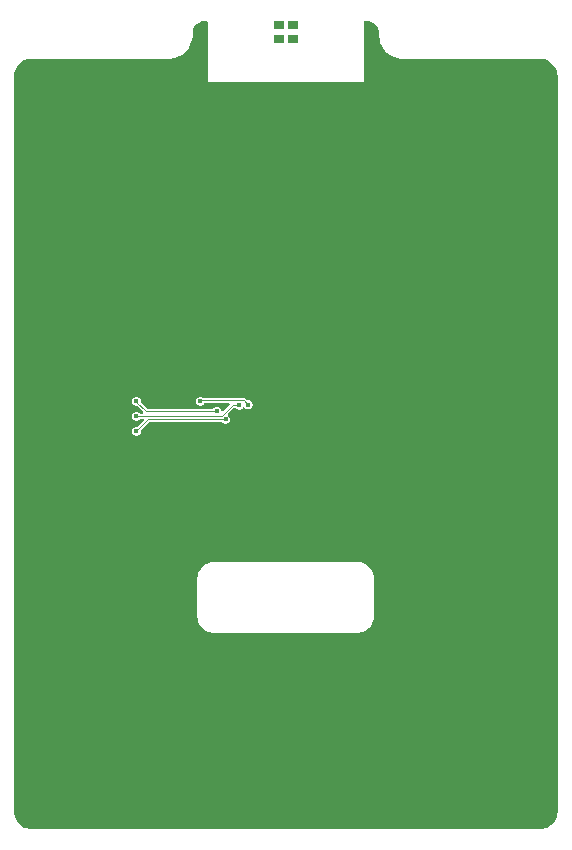
<source format=gbr>
%TF.GenerationSoftware,KiCad,Pcbnew,9.0.6*%
%TF.CreationDate,2026-01-17T11:58:26+01:00*%
%TF.ProjectId,peak,7065616b-2e6b-4696-9361-645f70636258,rev?*%
%TF.SameCoordinates,Original*%
%TF.FileFunction,Copper,L6,Bot*%
%TF.FilePolarity,Positive*%
%FSLAX46Y46*%
G04 Gerber Fmt 4.6, Leading zero omitted, Abs format (unit mm)*
G04 Created by KiCad (PCBNEW 9.0.6) date 2026-01-17 11:58:26*
%MOMM*%
%LPD*%
G01*
G04 APERTURE LIST*
%TA.AperFunction,SMDPad,CuDef*%
%ADD10R,0.812800X0.660400*%
%TD*%
%TA.AperFunction,ViaPad*%
%ADD11C,0.600000*%
%TD*%
%TA.AperFunction,ViaPad*%
%ADD12C,0.450000*%
%TD*%
%TA.AperFunction,Conductor*%
%ADD13C,0.100000*%
%TD*%
G04 APERTURE END LIST*
D10*
%TO.P,U604,4,SCL*%
%TO.N,/IO/SCL_MCU*%
X208209300Y-63250003D03*
%TO.P,U604,3,SDA*%
%TO.N,/IO/SDA_MCU*%
X208209300Y-64450001D03*
%TO.P,U604,2,GND*%
%TO.N,GND*%
X209403100Y-64450001D03*
%TO.P,U604,1,VDD*%
%TO.N,+3.3V*%
X209403100Y-63250003D03*
%TD*%
D11*
%TO.N,GND*%
X200053100Y-124700001D03*
X200053100Y-125450001D03*
X200053100Y-127000001D03*
X188653100Y-129200001D03*
X187703100Y-126950001D03*
X187728100Y-124600001D03*
X187728100Y-122300001D03*
D12*
X223003100Y-76475001D03*
X205433100Y-80270001D03*
D11*
X191503100Y-92200001D03*
X195028100Y-82925001D03*
X190303100Y-99200001D03*
X208803100Y-91200001D03*
X188003100Y-99200001D03*
X223733100Y-77150001D03*
D12*
X203253100Y-81390001D03*
X209023100Y-82270001D03*
D11*
X193028100Y-82925001D03*
X195303100Y-89850001D03*
D12*
X208153100Y-83060001D03*
X204123100Y-80620001D03*
D11*
X192603100Y-99200001D03*
X190553100Y-80800001D03*
D12*
X207373100Y-83480001D03*
D11*
X223753100Y-80290001D03*
X195303100Y-85900001D03*
X225753100Y-127300001D03*
D12*
X204533100Y-83210001D03*
D11*
X195303100Y-87890001D03*
D12*
%TO.N,+3.3V*%
X201553100Y-95090001D03*
X205613100Y-95370001D03*
%TO.N,/MCU/FLASH_CS*%
X202963100Y-95935001D03*
X196153100Y-95090001D03*
%TO.N,/MCU/FLASH_WP*%
X196153100Y-97630001D03*
X203713100Y-96623001D03*
%TO.N,/MCU/FLASH_Q*%
X204853100Y-95440001D03*
X196153100Y-96360001D03*
%TD*%
D13*
%TO.N,+3.3V*%
X205613100Y-95370001D02*
X205257100Y-95014001D01*
X205257100Y-95014001D02*
X201629100Y-95014001D01*
X201629100Y-95014001D02*
X201553100Y-95090001D01*
%TO.N,/MCU/FLASH_CS*%
X196958100Y-95935001D02*
X196153100Y-95130001D01*
X202963100Y-95935001D02*
X196958100Y-95935001D01*
X196153100Y-95130001D02*
X196153100Y-95090001D01*
%TO.N,/MCU/FLASH_WP*%
X197160100Y-96623001D02*
X196153100Y-97630001D01*
X203713100Y-96623001D02*
X197160100Y-96623001D01*
%TO.N,/MCU/FLASH_Q*%
X204293645Y-95440001D02*
X203373645Y-96360001D01*
X203373645Y-96360001D02*
X196153100Y-96360001D01*
X204853100Y-95440001D02*
X204293645Y-95440001D01*
%TD*%
%TA.AperFunction,Conductor*%
%TO.N,GND*%
G36*
X202146139Y-62920186D02*
G01*
X202191894Y-62972990D01*
X202203100Y-63024501D01*
X202203100Y-68100001D01*
X215403100Y-68100001D01*
X215403100Y-63024501D01*
X215405650Y-63015815D01*
X215404362Y-63006854D01*
X215415340Y-62982813D01*
X215422785Y-62957462D01*
X215429625Y-62951534D01*
X215433387Y-62943298D01*
X215455621Y-62929008D01*
X215475589Y-62911707D01*
X215486103Y-62909419D01*
X215492165Y-62905524D01*
X215527100Y-62900501D01*
X215694598Y-62900501D01*
X215705405Y-62900973D01*
X215735929Y-62903643D01*
X215862755Y-62914739D01*
X215884035Y-62918491D01*
X215923284Y-62929008D01*
X216031369Y-62957969D01*
X216051681Y-62965362D01*
X216189915Y-63029822D01*
X216208633Y-63040629D01*
X216333582Y-63128119D01*
X216350140Y-63142013D01*
X216457986Y-63249859D01*
X216471880Y-63266417D01*
X216559370Y-63391366D01*
X216570177Y-63410084D01*
X216634637Y-63548318D01*
X216642030Y-63568630D01*
X216681507Y-63715961D01*
X216685260Y-63737246D01*
X216699028Y-63894606D01*
X216699500Y-63905170D01*
X216699500Y-63965892D01*
X216699620Y-63966340D01*
X216699637Y-63974826D01*
X216699636Y-63974828D01*
X216699637Y-63974838D01*
X216699708Y-64012809D01*
X216699708Y-64012818D01*
X216699734Y-64027251D01*
X216699711Y-64027329D01*
X216700034Y-64209669D01*
X216700035Y-64209674D01*
X216734665Y-64469304D01*
X216734667Y-64469313D01*
X216802849Y-64722206D01*
X216903425Y-64964066D01*
X217034674Y-65190744D01*
X217111490Y-65290627D01*
X217193181Y-65396850D01*
X217194356Y-65398377D01*
X217194358Y-65398380D01*
X217227248Y-65431208D01*
X217379742Y-65583417D01*
X217587672Y-65742709D01*
X217814596Y-65873534D01*
X218056639Y-65973656D01*
X218309669Y-66041368D01*
X218569368Y-66075513D01*
X218700335Y-66075501D01*
X230237208Y-66075501D01*
X230298672Y-66075501D01*
X230307518Y-66075817D01*
X230507661Y-66090131D01*
X230525163Y-66092648D01*
X230716897Y-66134356D01*
X230733855Y-66139335D01*
X230917706Y-66207909D01*
X230917709Y-66207910D01*
X230933801Y-66215260D01*
X231106004Y-66309289D01*
X231120884Y-66318850D01*
X231277966Y-66436441D01*
X231291336Y-66448027D01*
X231430074Y-66586765D01*
X231441660Y-66600136D01*
X231559243Y-66757209D01*
X231568808Y-66772092D01*
X231662839Y-66944298D01*
X231670189Y-66960391D01*
X231738761Y-67144237D01*
X231743745Y-67161213D01*
X231785450Y-67352932D01*
X231787968Y-67370443D01*
X231802284Y-67570591D01*
X231802600Y-67579438D01*
X231802600Y-129820573D01*
X231802284Y-129829420D01*
X231787969Y-130029558D01*
X231785451Y-130047069D01*
X231743746Y-130238788D01*
X231738762Y-130255764D01*
X231670191Y-130439608D01*
X231662841Y-130455701D01*
X231568808Y-130627908D01*
X231559243Y-130642791D01*
X231441660Y-130799864D01*
X231430074Y-130813235D01*
X231291336Y-130951973D01*
X231277966Y-130963559D01*
X231120889Y-131081146D01*
X231106004Y-131090711D01*
X230933801Y-131184740D01*
X230917709Y-131192090D01*
X230733863Y-131260662D01*
X230716887Y-131265646D01*
X230525168Y-131307351D01*
X230507657Y-131309869D01*
X230393906Y-131318005D01*
X230307498Y-131324185D01*
X230298663Y-131324501D01*
X187307528Y-131324501D01*
X187298682Y-131324185D01*
X187276722Y-131322614D01*
X187098542Y-131309870D01*
X187081031Y-131307352D01*
X186889312Y-131265647D01*
X186872336Y-131260663D01*
X186688490Y-131192091D01*
X186672398Y-131184741D01*
X186500195Y-131090712D01*
X186485310Y-131081147D01*
X186328235Y-130963561D01*
X186314865Y-130951976D01*
X186176120Y-130813232D01*
X186164534Y-130799860D01*
X186046955Y-130642792D01*
X186037390Y-130627909D01*
X185943354Y-130455696D01*
X185936010Y-130439616D01*
X185867433Y-130255756D01*
X185862454Y-130238798D01*
X185820746Y-130047064D01*
X185818229Y-130029557D01*
X185803916Y-129829432D01*
X185803600Y-129820586D01*
X185803600Y-113148642D01*
X201302599Y-113148642D01*
X201302599Y-113307318D01*
X201333143Y-113519765D01*
X201333146Y-113519775D01*
X201393616Y-113725717D01*
X201482771Y-113920939D01*
X201482780Y-113920955D01*
X201598818Y-114101513D01*
X201739375Y-114263725D01*
X201901587Y-114404282D01*
X202082143Y-114520319D01*
X202082150Y-114520323D01*
X202277389Y-114609485D01*
X202483331Y-114669955D01*
X202483332Y-114669955D01*
X202483335Y-114669956D01*
X202546684Y-114679063D01*
X202695782Y-114700501D01*
X202695783Y-114700501D01*
X214876588Y-114700501D01*
X214876604Y-114700500D01*
X214910417Y-114700500D01*
X214910418Y-114700500D01*
X215122869Y-114669954D01*
X215233237Y-114637547D01*
X215328801Y-114609488D01*
X215328803Y-114609486D01*
X215328810Y-114609485D01*
X215435777Y-114560634D01*
X215524038Y-114520328D01*
X215524042Y-114520325D01*
X215524050Y-114520322D01*
X215704613Y-114404281D01*
X215866824Y-114263725D01*
X216007380Y-114101514D01*
X216123421Y-113920951D01*
X216123424Y-113920943D01*
X216123427Y-113920939D01*
X216212582Y-113725717D01*
X216212582Y-113725715D01*
X216212584Y-113725712D01*
X216273054Y-113519770D01*
X216303600Y-113307319D01*
X216303600Y-113200002D01*
X216303600Y-113134109D01*
X216303600Y-113134108D01*
X216303600Y-110134109D01*
X216303600Y-110126514D01*
X216303599Y-110126496D01*
X216303599Y-110092687D01*
X216303599Y-110092684D01*
X216273054Y-109880233D01*
X216212584Y-109674291D01*
X216212583Y-109674289D01*
X216212582Y-109674285D01*
X216123427Y-109479062D01*
X216123418Y-109479046D01*
X216007380Y-109298488D01*
X216007374Y-109298481D01*
X215866825Y-109136277D01*
X215866823Y-109136275D01*
X215704619Y-108995726D01*
X215704612Y-108995720D01*
X215524054Y-108879682D01*
X215524038Y-108879673D01*
X215328815Y-108790518D01*
X215122874Y-108730048D01*
X215122864Y-108730045D01*
X214931854Y-108702583D01*
X214910418Y-108699501D01*
X214910417Y-108699501D01*
X202854463Y-108699501D01*
X202854460Y-108699500D01*
X202803100Y-108699500D01*
X202695782Y-108699500D01*
X202483335Y-108730044D01*
X202483325Y-108730047D01*
X202277383Y-108790517D01*
X202082161Y-108879672D01*
X202082138Y-108879685D01*
X201901592Y-108995715D01*
X201901579Y-108995725D01*
X201739379Y-109136271D01*
X201739377Y-109136273D01*
X201598823Y-109298483D01*
X201598815Y-109298494D01*
X201482780Y-109479046D01*
X201482771Y-109479062D01*
X201393616Y-109674285D01*
X201333144Y-109880231D01*
X201302600Y-110092683D01*
X201302600Y-113148639D01*
X201302599Y-113148642D01*
X185803600Y-113148642D01*
X185803600Y-95040566D01*
X195777600Y-95040566D01*
X195777600Y-95139436D01*
X195803190Y-95234939D01*
X195852625Y-95320563D01*
X195922538Y-95390476D01*
X196008162Y-95439911D01*
X196103665Y-95465501D01*
X196103667Y-95465501D01*
X196153688Y-95465501D01*
X196220727Y-95485186D01*
X196241369Y-95501820D01*
X196687369Y-95947820D01*
X196697981Y-95967256D01*
X196712482Y-95983990D01*
X196714398Y-95997321D01*
X196720854Y-96009143D01*
X196719274Y-96031229D01*
X196722426Y-96053148D01*
X196716830Y-96065399D01*
X196715870Y-96078835D01*
X196702599Y-96096561D01*
X196693401Y-96116704D01*
X196682069Y-96123986D01*
X196673998Y-96134768D01*
X196653252Y-96142505D01*
X196634623Y-96154478D01*
X196612704Y-96157629D01*
X196608534Y-96159185D01*
X196599688Y-96159501D01*
X196534999Y-96159501D01*
X196467960Y-96139816D01*
X196447318Y-96123182D01*
X196383663Y-96059527D01*
X196383662Y-96059526D01*
X196298038Y-96010091D01*
X196202535Y-95984501D01*
X196103665Y-95984501D01*
X196008162Y-96010091D01*
X196008160Y-96010092D01*
X196008159Y-96010092D01*
X195922536Y-96059527D01*
X195852626Y-96129437D01*
X195803191Y-96215060D01*
X195803191Y-96215061D01*
X195803190Y-96215063D01*
X195777600Y-96310566D01*
X195777600Y-96409436D01*
X195803190Y-96504939D01*
X195852625Y-96590563D01*
X195922538Y-96660476D01*
X196008162Y-96709911D01*
X196103665Y-96735501D01*
X196103667Y-96735501D01*
X196202532Y-96735501D01*
X196202535Y-96735501D01*
X196298038Y-96709911D01*
X196383662Y-96660476D01*
X196447318Y-96596820D01*
X196474245Y-96582116D01*
X196500064Y-96565524D01*
X196506264Y-96564632D01*
X196508641Y-96563335D01*
X196534999Y-96560501D01*
X196639688Y-96560501D01*
X196706727Y-96580186D01*
X196752482Y-96632990D01*
X196762426Y-96702148D01*
X196733401Y-96765704D01*
X196727373Y-96772177D01*
X196501049Y-96998501D01*
X196281368Y-97218182D01*
X196220045Y-97251667D01*
X196193687Y-97254501D01*
X196103665Y-97254501D01*
X196008162Y-97280091D01*
X196008160Y-97280092D01*
X196008159Y-97280092D01*
X195922536Y-97329527D01*
X195852626Y-97399437D01*
X195803191Y-97485060D01*
X195803191Y-97485061D01*
X195803190Y-97485063D01*
X195777600Y-97580566D01*
X195777600Y-97679436D01*
X195803190Y-97774939D01*
X195852625Y-97860563D01*
X195922538Y-97930476D01*
X196008162Y-97979911D01*
X196103665Y-98005501D01*
X196103667Y-98005501D01*
X196202532Y-98005501D01*
X196202535Y-98005501D01*
X196298038Y-97979911D01*
X196383662Y-97930476D01*
X196453575Y-97860563D01*
X196503010Y-97774939D01*
X196528600Y-97679436D01*
X196528600Y-97589412D01*
X196548285Y-97522373D01*
X196564919Y-97501731D01*
X197206831Y-96859820D01*
X197268154Y-96826335D01*
X197294512Y-96823501D01*
X203331201Y-96823501D01*
X203398240Y-96843186D01*
X203418882Y-96859820D01*
X203482538Y-96923476D01*
X203568162Y-96972911D01*
X203663665Y-96998501D01*
X203663667Y-96998501D01*
X203762532Y-96998501D01*
X203762535Y-96998501D01*
X203858038Y-96972911D01*
X203943662Y-96923476D01*
X204013575Y-96853563D01*
X204063010Y-96767939D01*
X204088600Y-96672436D01*
X204088600Y-96573566D01*
X204063010Y-96478063D01*
X204013575Y-96392439D01*
X203943662Y-96322526D01*
X203925753Y-96312186D01*
X203877539Y-96261621D01*
X203864316Y-96193014D01*
X203890284Y-96128149D01*
X203900066Y-96117128D01*
X204340375Y-95676820D01*
X204367302Y-95662116D01*
X204393121Y-95645524D01*
X204399321Y-95644632D01*
X204401698Y-95643335D01*
X204428056Y-95640501D01*
X204471201Y-95640501D01*
X204538240Y-95660186D01*
X204558882Y-95676820D01*
X204622538Y-95740476D01*
X204708162Y-95789911D01*
X204803665Y-95815501D01*
X204803667Y-95815501D01*
X204902532Y-95815501D01*
X204902535Y-95815501D01*
X204998038Y-95789911D01*
X205083662Y-95740476D01*
X205153575Y-95670563D01*
X205156614Y-95665298D01*
X205207180Y-95617084D01*
X205275787Y-95603861D01*
X205340652Y-95629829D01*
X205351681Y-95639619D01*
X205382538Y-95670476D01*
X205468162Y-95719911D01*
X205563665Y-95745501D01*
X205563667Y-95745501D01*
X205662532Y-95745501D01*
X205662535Y-95745501D01*
X205758038Y-95719911D01*
X205843662Y-95670476D01*
X205913575Y-95600563D01*
X205963010Y-95514939D01*
X205988600Y-95419436D01*
X205988600Y-95320566D01*
X205963010Y-95225063D01*
X205913575Y-95139439D01*
X205843662Y-95069526D01*
X205758038Y-95020091D01*
X205662535Y-94994501D01*
X205572512Y-94994501D01*
X205505473Y-94974816D01*
X205484831Y-94958182D01*
X205370674Y-94844025D01*
X205296983Y-94813501D01*
X205296982Y-94813501D01*
X201856998Y-94813501D01*
X201789959Y-94793816D01*
X201784760Y-94790160D01*
X201783662Y-94789526D01*
X201698038Y-94740091D01*
X201602535Y-94714501D01*
X201503665Y-94714501D01*
X201408162Y-94740091D01*
X201408160Y-94740092D01*
X201408159Y-94740092D01*
X201322536Y-94789527D01*
X201252626Y-94859437D01*
X201203191Y-94945060D01*
X201203191Y-94945061D01*
X201203190Y-94945063D01*
X201177600Y-95040566D01*
X201177600Y-95139436D01*
X201203190Y-95234939D01*
X201252625Y-95320563D01*
X201322538Y-95390476D01*
X201408162Y-95439911D01*
X201503665Y-95465501D01*
X201503667Y-95465501D01*
X201602532Y-95465501D01*
X201602535Y-95465501D01*
X201698038Y-95439911D01*
X201783662Y-95390476D01*
X201853575Y-95320563D01*
X201879015Y-95276498D01*
X201929582Y-95228285D01*
X201986401Y-95214501D01*
X203936233Y-95214501D01*
X204003272Y-95234186D01*
X204049027Y-95286990D01*
X204058971Y-95356148D01*
X204029946Y-95419704D01*
X204023914Y-95426182D01*
X203538212Y-95911883D01*
X203476889Y-95945368D01*
X203407197Y-95940384D01*
X203351264Y-95898512D01*
X203330757Y-95856298D01*
X203313010Y-95790063D01*
X203263575Y-95704439D01*
X203193662Y-95634526D01*
X203108038Y-95585091D01*
X203012535Y-95559501D01*
X202913665Y-95559501D01*
X202818162Y-95585091D01*
X202818160Y-95585092D01*
X202818159Y-95585092D01*
X202732536Y-95634527D01*
X202668882Y-95698182D01*
X202607559Y-95731667D01*
X202581201Y-95734501D01*
X197092512Y-95734501D01*
X197025473Y-95714816D01*
X197004831Y-95698182D01*
X196561785Y-95255136D01*
X196528300Y-95193813D01*
X196529399Y-95147737D01*
X196527539Y-95147493D01*
X196528600Y-95139435D01*
X196528600Y-95040568D01*
X196528600Y-95040566D01*
X196503010Y-94945063D01*
X196453575Y-94859439D01*
X196383662Y-94789526D01*
X196298038Y-94740091D01*
X196202535Y-94714501D01*
X196103665Y-94714501D01*
X196008162Y-94740091D01*
X196008160Y-94740092D01*
X196008159Y-94740092D01*
X195922536Y-94789527D01*
X195852626Y-94859437D01*
X195803191Y-94945060D01*
X195803191Y-94945061D01*
X195803190Y-94945063D01*
X195777600Y-95040566D01*
X185803600Y-95040566D01*
X185803600Y-67579428D01*
X185803916Y-67570582D01*
X185818230Y-67370444D01*
X185818231Y-67370435D01*
X185820746Y-67352939D01*
X185862456Y-67161200D01*
X185867433Y-67144249D01*
X185936012Y-66960382D01*
X185943350Y-66944314D01*
X186037397Y-66772078D01*
X186046944Y-66757222D01*
X186164547Y-66600124D01*
X186176119Y-66586770D01*
X186314869Y-66448020D01*
X186328223Y-66436448D01*
X186485321Y-66318845D01*
X186500189Y-66309291D01*
X186672398Y-66215258D01*
X186688488Y-66207910D01*
X186872348Y-66139333D01*
X186889299Y-66134356D01*
X187081038Y-66092646D01*
X187098536Y-66090130D01*
X187298668Y-66075817D01*
X187307514Y-66075501D01*
X198976588Y-66075501D01*
X198976604Y-66075500D01*
X199031113Y-66075500D01*
X199031120Y-66075500D01*
X199291115Y-66041271D01*
X199544419Y-65973398D01*
X199786696Y-65873043D01*
X200013802Y-65741924D01*
X200221851Y-65582283D01*
X200407282Y-65396852D01*
X200566923Y-65188803D01*
X200698043Y-64961698D01*
X200798398Y-64719420D01*
X200866270Y-64466117D01*
X200900500Y-64206121D01*
X200900500Y-64075001D01*
X200900500Y-64009109D01*
X200900500Y-63905413D01*
X200900972Y-63894606D01*
X200906265Y-63834108D01*
X200914739Y-63737240D01*
X200918490Y-63715966D01*
X200957969Y-63568627D01*
X200965362Y-63548318D01*
X201029823Y-63410081D01*
X201040629Y-63391366D01*
X201128119Y-63266417D01*
X201142007Y-63249865D01*
X201249865Y-63142007D01*
X201266417Y-63128119D01*
X201391366Y-63040629D01*
X201410081Y-63029823D01*
X201548320Y-62965361D01*
X201568627Y-62957969D01*
X201715966Y-62918490D01*
X201737242Y-62914739D01*
X201869672Y-62903153D01*
X201894595Y-62900973D01*
X201905402Y-62900501D01*
X202079100Y-62900501D01*
X202146139Y-62920186D01*
G37*
%TD.AperFunction*%
%TD*%
M02*

</source>
